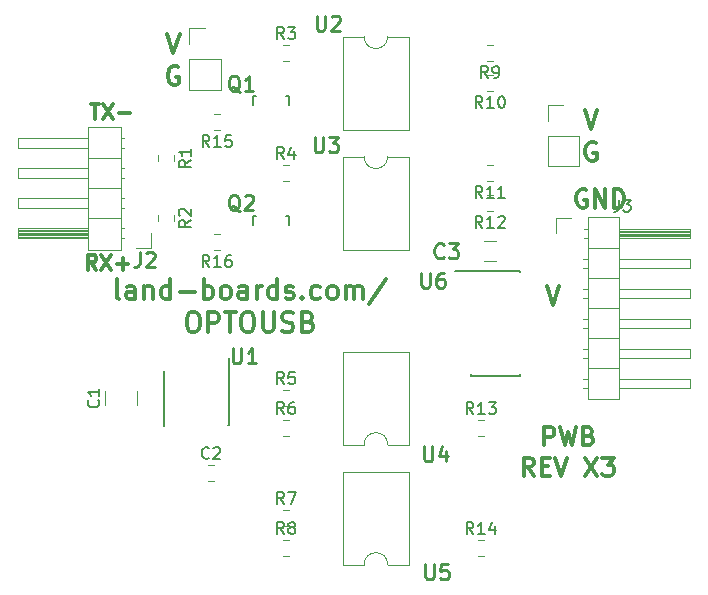
<source format=gbr>
G04 #@! TF.GenerationSoftware,KiCad,Pcbnew,(5.0.2)-1*
G04 #@! TF.CreationDate,2019-07-01T11:40:42-04:00*
G04 #@! TF.ProjectId,OptoUSB,4f70746f-5553-4422-9e6b-696361645f70,rev?*
G04 #@! TF.SameCoordinates,Original*
G04 #@! TF.FileFunction,Legend,Top*
G04 #@! TF.FilePolarity,Positive*
%FSLAX46Y46*%
G04 Gerber Fmt 4.6, Leading zero omitted, Abs format (unit mm)*
G04 Created by KiCad (PCBNEW (5.0.2)-1) date 7/1/2019 11:40:42 AM*
%MOMM*%
%LPD*%
G01*
G04 APERTURE LIST*
%ADD10C,0.317500*%
%ADD11C,0.304800*%
%ADD12C,0.120000*%
%ADD13C,0.150000*%
%ADD14C,0.254000*%
G04 APERTURE END LIST*
D10*
X44339933Y-8639779D02*
X44869100Y-10227279D01*
X45398266Y-8639779D01*
X45284873Y-11414125D02*
X45133683Y-11338529D01*
X44906897Y-11338529D01*
X44680111Y-11414125D01*
X44528921Y-11565315D01*
X44453326Y-11716505D01*
X44377730Y-12018886D01*
X44377730Y-12245672D01*
X44453326Y-12548053D01*
X44528921Y-12699244D01*
X44680111Y-12850434D01*
X44906897Y-12926029D01*
X45058088Y-12926029D01*
X45284873Y-12850434D01*
X45360469Y-12774839D01*
X45360469Y-12245672D01*
X45058088Y-12245672D01*
X8995833Y-2226279D02*
X9525000Y-3813779D01*
X10054166Y-2226279D01*
X9940773Y-5000625D02*
X9789583Y-4925029D01*
X9562797Y-4925029D01*
X9336011Y-5000625D01*
X9184821Y-5151815D01*
X9109226Y-5303005D01*
X9033630Y-5605386D01*
X9033630Y-5832172D01*
X9109226Y-6134553D01*
X9184821Y-6285744D01*
X9336011Y-6436934D01*
X9562797Y-6512529D01*
X9713988Y-6512529D01*
X9940773Y-6436934D01*
X10016369Y-6361339D01*
X10016369Y-5832172D01*
X9713988Y-5832172D01*
D11*
X41148000Y-23507700D02*
X41656000Y-25107900D01*
X42164000Y-23507700D01*
D10*
X2977242Y-22139123D02*
X2553909Y-21534361D01*
X2251528Y-22139123D02*
X2251528Y-20869123D01*
X2735338Y-20869123D01*
X2856290Y-20929600D01*
X2916766Y-20990076D01*
X2977242Y-21111028D01*
X2977242Y-21292457D01*
X2916766Y-21413409D01*
X2856290Y-21473885D01*
X2735338Y-21534361D01*
X2251528Y-21534361D01*
X3400576Y-20869123D02*
X4247242Y-22139123D01*
X4247242Y-20869123D02*
X3400576Y-22139123D01*
X4731052Y-21655314D02*
X5698671Y-21655314D01*
X5214861Y-22139123D02*
X5214861Y-21171504D01*
X2538790Y-8105623D02*
X3264504Y-8105623D01*
X2901647Y-9375623D02*
X2901647Y-8105623D01*
X3566885Y-8105623D02*
X4413552Y-9375623D01*
X4413552Y-8105623D02*
X3566885Y-9375623D01*
X4897361Y-8891814D02*
X5864980Y-8891814D01*
D11*
X44495357Y-15392400D02*
X44350214Y-15316200D01*
X44132500Y-15316200D01*
X43914785Y-15392400D01*
X43769642Y-15544800D01*
X43697071Y-15697200D01*
X43624500Y-16002000D01*
X43624500Y-16230600D01*
X43697071Y-16535400D01*
X43769642Y-16687800D01*
X43914785Y-16840200D01*
X44132500Y-16916400D01*
X44277642Y-16916400D01*
X44495357Y-16840200D01*
X44567928Y-16764000D01*
X44567928Y-16230600D01*
X44277642Y-16230600D01*
X45221071Y-16916400D02*
X45221071Y-15316200D01*
X46091928Y-16916400D01*
X46091928Y-15316200D01*
X46817642Y-16916400D02*
X46817642Y-15316200D01*
X47180500Y-15316200D01*
X47398214Y-15392400D01*
X47543357Y-15544800D01*
X47615928Y-15697200D01*
X47688500Y-16002000D01*
X47688500Y-16230600D01*
X47615928Y-16535400D01*
X47543357Y-16687800D01*
X47398214Y-16840200D01*
X47180500Y-16916400D01*
X46817642Y-16916400D01*
X4943323Y-24629230D02*
X4786085Y-24550611D01*
X4707466Y-24393373D01*
X4707466Y-22978230D01*
X6279847Y-24629230D02*
X6279847Y-23764421D01*
X6201228Y-23607183D01*
X6043990Y-23528564D01*
X5729514Y-23528564D01*
X5572276Y-23607183D01*
X6279847Y-24550611D02*
X6122609Y-24629230D01*
X5729514Y-24629230D01*
X5572276Y-24550611D01*
X5493657Y-24393373D01*
X5493657Y-24236135D01*
X5572276Y-24078897D01*
X5729514Y-24000278D01*
X6122609Y-24000278D01*
X6279847Y-23921659D01*
X7066038Y-23528564D02*
X7066038Y-24629230D01*
X7066038Y-23685802D02*
X7144657Y-23607183D01*
X7301895Y-23528564D01*
X7537752Y-23528564D01*
X7694990Y-23607183D01*
X7773609Y-23764421D01*
X7773609Y-24629230D01*
X9267371Y-24629230D02*
X9267371Y-22978230D01*
X9267371Y-24550611D02*
X9110133Y-24629230D01*
X8795657Y-24629230D01*
X8638419Y-24550611D01*
X8559799Y-24471992D01*
X8481180Y-24314754D01*
X8481180Y-23843040D01*
X8559799Y-23685802D01*
X8638419Y-23607183D01*
X8795657Y-23528564D01*
X9110133Y-23528564D01*
X9267371Y-23607183D01*
X10053561Y-24000278D02*
X11311466Y-24000278D01*
X12097657Y-24629230D02*
X12097657Y-22978230D01*
X12097657Y-23607183D02*
X12254895Y-23528564D01*
X12569371Y-23528564D01*
X12726609Y-23607183D01*
X12805228Y-23685802D01*
X12883847Y-23843040D01*
X12883847Y-24314754D01*
X12805228Y-24471992D01*
X12726609Y-24550611D01*
X12569371Y-24629230D01*
X12254895Y-24629230D01*
X12097657Y-24550611D01*
X13827276Y-24629230D02*
X13670038Y-24550611D01*
X13591419Y-24471992D01*
X13512799Y-24314754D01*
X13512799Y-23843040D01*
X13591419Y-23685802D01*
X13670038Y-23607183D01*
X13827276Y-23528564D01*
X14063133Y-23528564D01*
X14220371Y-23607183D01*
X14298990Y-23685802D01*
X14377609Y-23843040D01*
X14377609Y-24314754D01*
X14298990Y-24471992D01*
X14220371Y-24550611D01*
X14063133Y-24629230D01*
X13827276Y-24629230D01*
X15792752Y-24629230D02*
X15792752Y-23764421D01*
X15714133Y-23607183D01*
X15556895Y-23528564D01*
X15242419Y-23528564D01*
X15085180Y-23607183D01*
X15792752Y-24550611D02*
X15635514Y-24629230D01*
X15242419Y-24629230D01*
X15085180Y-24550611D01*
X15006561Y-24393373D01*
X15006561Y-24236135D01*
X15085180Y-24078897D01*
X15242419Y-24000278D01*
X15635514Y-24000278D01*
X15792752Y-23921659D01*
X16578942Y-24629230D02*
X16578942Y-23528564D01*
X16578942Y-23843040D02*
X16657561Y-23685802D01*
X16736180Y-23607183D01*
X16893419Y-23528564D01*
X17050657Y-23528564D01*
X18308561Y-24629230D02*
X18308561Y-22978230D01*
X18308561Y-24550611D02*
X18151323Y-24629230D01*
X17836847Y-24629230D01*
X17679609Y-24550611D01*
X17600990Y-24471992D01*
X17522371Y-24314754D01*
X17522371Y-23843040D01*
X17600990Y-23685802D01*
X17679609Y-23607183D01*
X17836847Y-23528564D01*
X18151323Y-23528564D01*
X18308561Y-23607183D01*
X19016133Y-24550611D02*
X19173371Y-24629230D01*
X19487847Y-24629230D01*
X19645085Y-24550611D01*
X19723704Y-24393373D01*
X19723704Y-24314754D01*
X19645085Y-24157516D01*
X19487847Y-24078897D01*
X19251990Y-24078897D01*
X19094752Y-24000278D01*
X19016133Y-23843040D01*
X19016133Y-23764421D01*
X19094752Y-23607183D01*
X19251990Y-23528564D01*
X19487847Y-23528564D01*
X19645085Y-23607183D01*
X20431276Y-24471992D02*
X20509895Y-24550611D01*
X20431276Y-24629230D01*
X20352657Y-24550611D01*
X20431276Y-24471992D01*
X20431276Y-24629230D01*
X21925038Y-24550611D02*
X21767799Y-24629230D01*
X21453323Y-24629230D01*
X21296085Y-24550611D01*
X21217466Y-24471992D01*
X21138847Y-24314754D01*
X21138847Y-23843040D01*
X21217466Y-23685802D01*
X21296085Y-23607183D01*
X21453323Y-23528564D01*
X21767799Y-23528564D01*
X21925038Y-23607183D01*
X22868466Y-24629230D02*
X22711228Y-24550611D01*
X22632609Y-24471992D01*
X22553990Y-24314754D01*
X22553990Y-23843040D01*
X22632609Y-23685802D01*
X22711228Y-23607183D01*
X22868466Y-23528564D01*
X23104323Y-23528564D01*
X23261561Y-23607183D01*
X23340180Y-23685802D01*
X23418799Y-23843040D01*
X23418799Y-24314754D01*
X23340180Y-24471992D01*
X23261561Y-24550611D01*
X23104323Y-24629230D01*
X22868466Y-24629230D01*
X24126371Y-24629230D02*
X24126371Y-23528564D01*
X24126371Y-23685802D02*
X24204990Y-23607183D01*
X24362228Y-23528564D01*
X24598085Y-23528564D01*
X24755323Y-23607183D01*
X24833942Y-23764421D01*
X24833942Y-24629230D01*
X24833942Y-23764421D02*
X24912561Y-23607183D01*
X25069799Y-23528564D01*
X25305657Y-23528564D01*
X25462895Y-23607183D01*
X25541514Y-23764421D01*
X25541514Y-24629230D01*
X27506990Y-22899611D02*
X26091847Y-25022326D01*
X11036300Y-25759530D02*
X11350776Y-25759530D01*
X11508014Y-25838150D01*
X11665252Y-25995388D01*
X11743871Y-26309864D01*
X11743871Y-26860197D01*
X11665252Y-27174673D01*
X11508014Y-27331911D01*
X11350776Y-27410530D01*
X11036300Y-27410530D01*
X10879061Y-27331911D01*
X10721823Y-27174673D01*
X10643204Y-26860197D01*
X10643204Y-26309864D01*
X10721823Y-25995388D01*
X10879061Y-25838150D01*
X11036300Y-25759530D01*
X12451442Y-27410530D02*
X12451442Y-25759530D01*
X13080395Y-25759530D01*
X13237633Y-25838150D01*
X13316252Y-25916769D01*
X13394871Y-26074007D01*
X13394871Y-26309864D01*
X13316252Y-26467102D01*
X13237633Y-26545721D01*
X13080395Y-26624340D01*
X12451442Y-26624340D01*
X13866585Y-25759530D02*
X14810014Y-25759530D01*
X14338300Y-27410530D02*
X14338300Y-25759530D01*
X15674823Y-25759530D02*
X15989299Y-25759530D01*
X16146538Y-25838150D01*
X16303776Y-25995388D01*
X16382395Y-26309864D01*
X16382395Y-26860197D01*
X16303776Y-27174673D01*
X16146538Y-27331911D01*
X15989299Y-27410530D01*
X15674823Y-27410530D01*
X15517585Y-27331911D01*
X15360347Y-27174673D01*
X15281728Y-26860197D01*
X15281728Y-26309864D01*
X15360347Y-25995388D01*
X15517585Y-25838150D01*
X15674823Y-25759530D01*
X17089966Y-25759530D02*
X17089966Y-27096054D01*
X17168585Y-27253292D01*
X17247204Y-27331911D01*
X17404442Y-27410530D01*
X17718919Y-27410530D01*
X17876157Y-27331911D01*
X17954776Y-27253292D01*
X18033395Y-27096054D01*
X18033395Y-25759530D01*
X18740966Y-27331911D02*
X18976823Y-27410530D01*
X19369919Y-27410530D01*
X19527157Y-27331911D01*
X19605776Y-27253292D01*
X19684395Y-27096054D01*
X19684395Y-26938816D01*
X19605776Y-26781578D01*
X19527157Y-26702959D01*
X19369919Y-26624340D01*
X19055442Y-26545721D01*
X18898204Y-26467102D01*
X18819585Y-26388483D01*
X18740966Y-26231245D01*
X18740966Y-26074007D01*
X18819585Y-25916769D01*
X18898204Y-25838150D01*
X19055442Y-25759530D01*
X19448538Y-25759530D01*
X19684395Y-25838150D01*
X20942300Y-26545721D02*
X21178157Y-26624340D01*
X21256776Y-26702959D01*
X21335395Y-26860197D01*
X21335395Y-27096054D01*
X21256776Y-27253292D01*
X21178157Y-27331911D01*
X21020919Y-27410530D01*
X20391966Y-27410530D01*
X20391966Y-25759530D01*
X20942300Y-25759530D01*
X21099538Y-25838150D01*
X21178157Y-25916769D01*
X21256776Y-26074007D01*
X21256776Y-26231245D01*
X21178157Y-26388483D01*
X21099538Y-26467102D01*
X20942300Y-26545721D01*
X20391966Y-26545721D01*
X40919400Y-36998728D02*
X40919400Y-35474728D01*
X41499971Y-35474728D01*
X41645114Y-35547300D01*
X41717685Y-35619871D01*
X41790257Y-35765014D01*
X41790257Y-35982728D01*
X41717685Y-36127871D01*
X41645114Y-36200442D01*
X41499971Y-36273014D01*
X40919400Y-36273014D01*
X42298257Y-35474728D02*
X42661114Y-36998728D01*
X42951400Y-35910157D01*
X43241685Y-36998728D01*
X43604542Y-35474728D01*
X44693114Y-36200442D02*
X44910828Y-36273014D01*
X44983400Y-36345585D01*
X45055971Y-36490728D01*
X45055971Y-36708442D01*
X44983400Y-36853585D01*
X44910828Y-36926157D01*
X44765685Y-36998728D01*
X44185114Y-36998728D01*
X44185114Y-35474728D01*
X44693114Y-35474728D01*
X44838257Y-35547300D01*
X44910828Y-35619871D01*
X44983400Y-35765014D01*
X44983400Y-35910157D01*
X44910828Y-36055300D01*
X44838257Y-36127871D01*
X44693114Y-36200442D01*
X44185114Y-36200442D01*
X40048542Y-39589528D02*
X39540542Y-38863814D01*
X39177685Y-39589528D02*
X39177685Y-38065528D01*
X39758257Y-38065528D01*
X39903399Y-38138100D01*
X39975971Y-38210671D01*
X40048542Y-38355814D01*
X40048542Y-38573528D01*
X39975971Y-38718671D01*
X39903399Y-38791242D01*
X39758257Y-38863814D01*
X39177685Y-38863814D01*
X40701685Y-38791242D02*
X41209685Y-38791242D01*
X41427399Y-39589528D02*
X40701685Y-39589528D01*
X40701685Y-38065528D01*
X41427399Y-38065528D01*
X41862828Y-38065528D02*
X42370828Y-39589528D01*
X42878828Y-38065528D01*
X44402828Y-38065528D02*
X45418828Y-39589528D01*
X45418828Y-38065528D02*
X44402828Y-39589528D01*
X45854257Y-38065528D02*
X46797685Y-38065528D01*
X46289685Y-38646100D01*
X46507399Y-38646100D01*
X46652542Y-38718671D01*
X46725114Y-38791242D01*
X46797685Y-38936385D01*
X46797685Y-39299242D01*
X46725114Y-39444385D01*
X46652542Y-39516957D01*
X46507399Y-39589528D01*
X46071971Y-39589528D01*
X45926828Y-39516957D01*
X45854257Y-39444385D01*
D12*
G04 #@! TO.C,C2*
X12438748Y-38660000D02*
X12961252Y-38660000D01*
X12438748Y-40080000D02*
X12961252Y-40080000D01*
G04 #@! TO.C,C1*
X3720000Y-33622064D02*
X3720000Y-32417936D01*
X6440000Y-33622064D02*
X6440000Y-32417936D01*
G04 #@! TO.C,J3*
X44620000Y-17720000D02*
X44620000Y-33080000D01*
X44620000Y-33080000D02*
X47280000Y-33080000D01*
X47280000Y-33080000D02*
X47280000Y-17720000D01*
X47280000Y-17720000D02*
X44620000Y-17720000D01*
X47280000Y-18670000D02*
X53280000Y-18670000D01*
X53280000Y-18670000D02*
X53280000Y-19430000D01*
X53280000Y-19430000D02*
X47280000Y-19430000D01*
X47280000Y-18730000D02*
X53280000Y-18730000D01*
X47280000Y-18850000D02*
X53280000Y-18850000D01*
X47280000Y-18970000D02*
X53280000Y-18970000D01*
X47280000Y-19090000D02*
X53280000Y-19090000D01*
X47280000Y-19210000D02*
X53280000Y-19210000D01*
X47280000Y-19330000D02*
X53280000Y-19330000D01*
X44290000Y-18670000D02*
X44620000Y-18670000D01*
X44290000Y-19430000D02*
X44620000Y-19430000D01*
X44620000Y-20320000D02*
X47280000Y-20320000D01*
X47280000Y-21210000D02*
X53280000Y-21210000D01*
X53280000Y-21210000D02*
X53280000Y-21970000D01*
X53280000Y-21970000D02*
X47280000Y-21970000D01*
X44222929Y-21210000D02*
X44620000Y-21210000D01*
X44222929Y-21970000D02*
X44620000Y-21970000D01*
X44620000Y-22860000D02*
X47280000Y-22860000D01*
X47280000Y-23750000D02*
X53280000Y-23750000D01*
X53280000Y-23750000D02*
X53280000Y-24510000D01*
X53280000Y-24510000D02*
X47280000Y-24510000D01*
X44222929Y-23750000D02*
X44620000Y-23750000D01*
X44222929Y-24510000D02*
X44620000Y-24510000D01*
X44620000Y-25400000D02*
X47280000Y-25400000D01*
X47280000Y-26290000D02*
X53280000Y-26290000D01*
X53280000Y-26290000D02*
X53280000Y-27050000D01*
X53280000Y-27050000D02*
X47280000Y-27050000D01*
X44222929Y-26290000D02*
X44620000Y-26290000D01*
X44222929Y-27050000D02*
X44620000Y-27050000D01*
X44620000Y-27940000D02*
X47280000Y-27940000D01*
X47280000Y-28830000D02*
X53280000Y-28830000D01*
X53280000Y-28830000D02*
X53280000Y-29590000D01*
X53280000Y-29590000D02*
X47280000Y-29590000D01*
X44222929Y-28830000D02*
X44620000Y-28830000D01*
X44222929Y-29590000D02*
X44620000Y-29590000D01*
X44620000Y-30480000D02*
X47280000Y-30480000D01*
X47280000Y-31370000D02*
X53280000Y-31370000D01*
X53280000Y-31370000D02*
X53280000Y-32130000D01*
X53280000Y-32130000D02*
X47280000Y-32130000D01*
X44222929Y-31370000D02*
X44620000Y-31370000D01*
X44222929Y-32130000D02*
X44620000Y-32130000D01*
X41910000Y-19050000D02*
X41910000Y-17780000D01*
X41910000Y-17780000D02*
X43180000Y-17780000D01*
G04 #@! TO.C,R9*
X36583252Y-3100000D02*
X36060748Y-3100000D01*
X36583252Y-4520000D02*
X36060748Y-4520000D01*
G04 #@! TO.C,R15*
X13469252Y-10362000D02*
X12946748Y-10362000D01*
X13469252Y-8942000D02*
X12946748Y-8942000D01*
G04 #@! TO.C,R14*
X35298748Y-46430000D02*
X35821252Y-46430000D01*
X35298748Y-45010000D02*
X35821252Y-45010000D01*
G04 #@! TO.C,R13*
X35298748Y-34850000D02*
X35821252Y-34850000D01*
X35298748Y-36270000D02*
X35821252Y-36270000D01*
G04 #@! TO.C,R12*
X36583252Y-15800000D02*
X36060748Y-15800000D01*
X36583252Y-17220000D02*
X36060748Y-17220000D01*
G04 #@! TO.C,R11*
X36583252Y-14680000D02*
X36060748Y-14680000D01*
X36583252Y-13260000D02*
X36060748Y-13260000D01*
G04 #@! TO.C,R1*
X8180000Y-12438748D02*
X8180000Y-12961252D01*
X9600000Y-12438748D02*
X9600000Y-12961252D01*
G04 #@! TO.C,R2*
X9600000Y-17518748D02*
X9600000Y-18041252D01*
X8180000Y-17518748D02*
X8180000Y-18041252D01*
G04 #@! TO.C,R3*
X18788748Y-4520000D02*
X19311252Y-4520000D01*
X18788748Y-3100000D02*
X19311252Y-3100000D01*
G04 #@! TO.C,R4*
X18788748Y-13260000D02*
X19311252Y-13260000D01*
X18788748Y-14680000D02*
X19311252Y-14680000D01*
G04 #@! TO.C,R5*
X18788748Y-33730000D02*
X19311252Y-33730000D01*
X18788748Y-32310000D02*
X19311252Y-32310000D01*
G04 #@! TO.C,R6*
X18788748Y-34850000D02*
X19311252Y-34850000D01*
X18788748Y-36270000D02*
X19311252Y-36270000D01*
G04 #@! TO.C,R7*
X18788748Y-43890000D02*
X19311252Y-43890000D01*
X18788748Y-42470000D02*
X19311252Y-42470000D01*
G04 #@! TO.C,R8*
X18788748Y-45010000D02*
X19311252Y-45010000D01*
X18788748Y-46430000D02*
X19311252Y-46430000D01*
G04 #@! TO.C,R10*
X36583252Y-5640000D02*
X36060748Y-5640000D01*
X36583252Y-7060000D02*
X36060748Y-7060000D01*
G04 #@! TO.C,R16*
X13469252Y-20522000D02*
X12946748Y-20522000D01*
X13469252Y-19102000D02*
X12946748Y-19102000D01*
D13*
G04 #@! TO.C,U6*
X34755000Y-22220000D02*
X34755000Y-22245000D01*
X38905000Y-22220000D02*
X38905000Y-22335000D01*
X38905000Y-31120000D02*
X38905000Y-31005000D01*
X34755000Y-31120000D02*
X34755000Y-31005000D01*
X34755000Y-22220000D02*
X38905000Y-22220000D01*
X34755000Y-31120000D02*
X38905000Y-31120000D01*
X34755000Y-22245000D02*
X33380000Y-22245000D01*
D12*
G04 #@! TO.C,J2*
X5070000Y-20440000D02*
X5070000Y-17780000D01*
X5070000Y-17780000D02*
X2330000Y-17780000D01*
X2330000Y-17780000D02*
X2330000Y-20440000D01*
X2330000Y-20440000D02*
X5070000Y-20440000D01*
X2330000Y-19490000D02*
X2330000Y-18610000D01*
X2330000Y-18610000D02*
X-3670000Y-18610000D01*
X-3670000Y-18610000D02*
X-3670000Y-19490000D01*
X-3670000Y-19490000D02*
X2330000Y-19490000D01*
X5380000Y-19490000D02*
X5070000Y-19490000D01*
X5380000Y-18610000D02*
X5070000Y-18610000D01*
X2330000Y-19370000D02*
X-3670000Y-19370000D01*
X2330000Y-19250000D02*
X-3670000Y-19250000D01*
X2330000Y-19130000D02*
X-3670000Y-19130000D01*
X2330000Y-19010000D02*
X-3670000Y-19010000D01*
X2330000Y-18890000D02*
X-3670000Y-18890000D01*
X2330000Y-18770000D02*
X-3670000Y-18770000D01*
X2330000Y-18650000D02*
X-3670000Y-18650000D01*
X5070000Y-17780000D02*
X5070000Y-15240000D01*
X5070000Y-15240000D02*
X2330000Y-15240000D01*
X2330000Y-15240000D02*
X2330000Y-17780000D01*
X2330000Y-17780000D02*
X5070000Y-17780000D01*
X2330000Y-16950000D02*
X2330000Y-16070000D01*
X2330000Y-16070000D02*
X-3670000Y-16070000D01*
X-3670000Y-16070000D02*
X-3670000Y-16950000D01*
X-3670000Y-16950000D02*
X2330000Y-16950000D01*
X5380000Y-16950000D02*
X5070000Y-16950000D01*
X5380000Y-16070000D02*
X5070000Y-16070000D01*
X5070000Y-15240000D02*
X5070000Y-12700000D01*
X5070000Y-12700000D02*
X2330000Y-12700000D01*
X2330000Y-12700000D02*
X2330000Y-15240000D01*
X2330000Y-15240000D02*
X5070000Y-15240000D01*
X2330000Y-14410000D02*
X2330000Y-13530000D01*
X2330000Y-13530000D02*
X-3670000Y-13530000D01*
X-3670000Y-13530000D02*
X-3670000Y-14410000D01*
X-3670000Y-14410000D02*
X2330000Y-14410000D01*
X5380000Y-14410000D02*
X5070000Y-14410000D01*
X5380000Y-13530000D02*
X5070000Y-13530000D01*
X5070000Y-12700000D02*
X5070000Y-10040000D01*
X5070000Y-10040000D02*
X2330000Y-10040000D01*
X2330000Y-10040000D02*
X2330000Y-12700000D01*
X2330000Y-12700000D02*
X5070000Y-12700000D01*
X2330000Y-11870000D02*
X2330000Y-10990000D01*
X2330000Y-10990000D02*
X-3670000Y-10990000D01*
X-3670000Y-10990000D02*
X-3670000Y-11870000D01*
X-3670000Y-11870000D02*
X2330000Y-11870000D01*
X5380000Y-11870000D02*
X5070000Y-11870000D01*
X5380000Y-10990000D02*
X5070000Y-10990000D01*
X7620000Y-19050000D02*
X7620000Y-20320000D01*
X7620000Y-20320000D02*
X6350000Y-20320000D01*
D13*
G04 #@! TO.C,U1*
X14230000Y-35320000D02*
X14130000Y-35320000D01*
X8705000Y-35345000D02*
X8730000Y-35345000D01*
X8705000Y-30695000D02*
X8730000Y-30695000D01*
X14230000Y-29620000D02*
X14230000Y-35320000D01*
X8705000Y-30695000D02*
X8705000Y-35345000D01*
D12*
G04 #@! TO.C,U4*
X25670000Y-36950000D02*
G75*
G02X27670000Y-36950000I1000000J0D01*
G01*
X27670000Y-36950000D02*
X29440000Y-36950000D01*
X29440000Y-36950000D02*
X29440000Y-29090000D01*
X29440000Y-29090000D02*
X23900000Y-29090000D01*
X23900000Y-29090000D02*
X23900000Y-36950000D01*
X23900000Y-36950000D02*
X25670000Y-36950000D01*
G04 #@! TO.C,U2*
X27670000Y-2420000D02*
G75*
G02X25670000Y-2420000I-1000000J0D01*
G01*
X25670000Y-2420000D02*
X23900000Y-2420000D01*
X23900000Y-2420000D02*
X23900000Y-10280000D01*
X23900000Y-10280000D02*
X29440000Y-10280000D01*
X29440000Y-10280000D02*
X29440000Y-2420000D01*
X29440000Y-2420000D02*
X27670000Y-2420000D01*
G04 #@! TO.C,U5*
X25670000Y-47110000D02*
G75*
G02X27670000Y-47110000I1000000J0D01*
G01*
X27670000Y-47110000D02*
X29440000Y-47110000D01*
X29440000Y-47110000D02*
X29440000Y-39250000D01*
X29440000Y-39250000D02*
X23900000Y-39250000D01*
X23900000Y-39250000D02*
X23900000Y-47110000D01*
X23900000Y-47110000D02*
X25670000Y-47110000D01*
G04 #@! TO.C,U3*
X27670000Y-12580000D02*
G75*
G02X25670000Y-12580000I-1000000J0D01*
G01*
X25670000Y-12580000D02*
X23900000Y-12580000D01*
X23900000Y-12580000D02*
X23900000Y-20440000D01*
X23900000Y-20440000D02*
X29440000Y-20440000D01*
X29440000Y-20440000D02*
X29440000Y-12580000D01*
X29440000Y-12580000D02*
X27670000Y-12580000D01*
D13*
G04 #@! TO.C,Q2*
X16280180Y-18338800D02*
X16280180Y-17637760D01*
X16280180Y-17637760D02*
X16529100Y-17637760D01*
X19079160Y-17637760D02*
X19279820Y-17637760D01*
X19279820Y-17637760D02*
X19279820Y-18338800D01*
G04 #@! TO.C,Q1*
X16280180Y-8178800D02*
X16280180Y-7477760D01*
X16280180Y-7477760D02*
X16529100Y-7477760D01*
X19079160Y-7477760D02*
X19279820Y-7477760D01*
X19279820Y-7477760D02*
X19279820Y-8178800D01*
D12*
G04 #@! TO.C,C3*
X36822000Y-19724000D02*
X35822000Y-19724000D01*
X35822000Y-21424000D02*
X36822000Y-21424000D01*
G04 #@! TO.C,H1*
X10862000Y-4318000D02*
X10862000Y-6918000D01*
X10862000Y-6918000D02*
X13522000Y-6918000D01*
X13522000Y-6918000D02*
X13522000Y-4318000D01*
X13522000Y-4318000D02*
X10862000Y-4318000D01*
X10862000Y-3048000D02*
X10862000Y-1718000D01*
X10862000Y-1718000D02*
X12192000Y-1718000D01*
G04 #@! TO.C,H2*
X41215000Y-10795000D02*
X41215000Y-13395000D01*
X41215000Y-13395000D02*
X43875000Y-13395000D01*
X43875000Y-13395000D02*
X43875000Y-10795000D01*
X43875000Y-10795000D02*
X41215000Y-10795000D01*
X41215000Y-9525000D02*
X41215000Y-8195000D01*
X41215000Y-8195000D02*
X42545000Y-8195000D01*
G04 #@! TO.C,C2*
D13*
X12533333Y-38077142D02*
X12485714Y-38124761D01*
X12342857Y-38172380D01*
X12247619Y-38172380D01*
X12104761Y-38124761D01*
X12009523Y-38029523D01*
X11961904Y-37934285D01*
X11914285Y-37743809D01*
X11914285Y-37600952D01*
X11961904Y-37410476D01*
X12009523Y-37315238D01*
X12104761Y-37220000D01*
X12247619Y-37172380D01*
X12342857Y-37172380D01*
X12485714Y-37220000D01*
X12533333Y-37267619D01*
X12914285Y-37267619D02*
X12961904Y-37220000D01*
X13057142Y-37172380D01*
X13295238Y-37172380D01*
X13390476Y-37220000D01*
X13438095Y-37267619D01*
X13485714Y-37362857D01*
X13485714Y-37458095D01*
X13438095Y-37600952D01*
X12866666Y-38172380D01*
X13485714Y-38172380D01*
G04 #@! TO.C,C1*
X3157142Y-33186666D02*
X3204761Y-33234285D01*
X3252380Y-33377142D01*
X3252380Y-33472380D01*
X3204761Y-33615238D01*
X3109523Y-33710476D01*
X3014285Y-33758095D01*
X2823809Y-33805714D01*
X2680952Y-33805714D01*
X2490476Y-33758095D01*
X2395238Y-33710476D01*
X2300000Y-33615238D01*
X2252380Y-33472380D01*
X2252380Y-33377142D01*
X2300000Y-33234285D01*
X2347619Y-33186666D01*
X3252380Y-32234285D02*
X3252380Y-32805714D01*
X3252380Y-32520000D02*
X2252380Y-32520000D01*
X2395238Y-32615238D01*
X2490476Y-32710476D01*
X2538095Y-32805714D01*
G04 #@! TO.C,J3*
X47231666Y-16232380D02*
X47231666Y-16946666D01*
X47184047Y-17089523D01*
X47088809Y-17184761D01*
X46945952Y-17232380D01*
X46850714Y-17232380D01*
X47612619Y-16232380D02*
X48231666Y-16232380D01*
X47898333Y-16613333D01*
X48041190Y-16613333D01*
X48136428Y-16660952D01*
X48184047Y-16708571D01*
X48231666Y-16803809D01*
X48231666Y-17041904D01*
X48184047Y-17137142D01*
X48136428Y-17184761D01*
X48041190Y-17232380D01*
X47755476Y-17232380D01*
X47660238Y-17184761D01*
X47612619Y-17137142D01*
G04 #@! TO.C,R9*
X36155333Y-5912380D02*
X35822000Y-5436190D01*
X35583904Y-5912380D02*
X35583904Y-4912380D01*
X35964857Y-4912380D01*
X36060095Y-4960000D01*
X36107714Y-5007619D01*
X36155333Y-5102857D01*
X36155333Y-5245714D01*
X36107714Y-5340952D01*
X36060095Y-5388571D01*
X35964857Y-5436190D01*
X35583904Y-5436190D01*
X36631523Y-5912380D02*
X36822000Y-5912380D01*
X36917238Y-5864761D01*
X36964857Y-5817142D01*
X37060095Y-5674285D01*
X37107714Y-5483809D01*
X37107714Y-5102857D01*
X37060095Y-5007619D01*
X37012476Y-4960000D01*
X36917238Y-4912380D01*
X36726761Y-4912380D01*
X36631523Y-4960000D01*
X36583904Y-5007619D01*
X36536285Y-5102857D01*
X36536285Y-5340952D01*
X36583904Y-5436190D01*
X36631523Y-5483809D01*
X36726761Y-5531428D01*
X36917238Y-5531428D01*
X37012476Y-5483809D01*
X37060095Y-5436190D01*
X37107714Y-5340952D01*
G04 #@! TO.C,R15*
X12565142Y-11754380D02*
X12231809Y-11278190D01*
X11993714Y-11754380D02*
X11993714Y-10754380D01*
X12374666Y-10754380D01*
X12469904Y-10802000D01*
X12517523Y-10849619D01*
X12565142Y-10944857D01*
X12565142Y-11087714D01*
X12517523Y-11182952D01*
X12469904Y-11230571D01*
X12374666Y-11278190D01*
X11993714Y-11278190D01*
X13517523Y-11754380D02*
X12946095Y-11754380D01*
X13231809Y-11754380D02*
X13231809Y-10754380D01*
X13136571Y-10897238D01*
X13041333Y-10992476D01*
X12946095Y-11040095D01*
X14422285Y-10754380D02*
X13946095Y-10754380D01*
X13898476Y-11230571D01*
X13946095Y-11182952D01*
X14041333Y-11135333D01*
X14279428Y-11135333D01*
X14374666Y-11182952D01*
X14422285Y-11230571D01*
X14469904Y-11325809D01*
X14469904Y-11563904D01*
X14422285Y-11659142D01*
X14374666Y-11706761D01*
X14279428Y-11754380D01*
X14041333Y-11754380D01*
X13946095Y-11706761D01*
X13898476Y-11659142D01*
G04 #@! TO.C,R14*
X34917142Y-44522380D02*
X34583809Y-44046190D01*
X34345714Y-44522380D02*
X34345714Y-43522380D01*
X34726666Y-43522380D01*
X34821904Y-43570000D01*
X34869523Y-43617619D01*
X34917142Y-43712857D01*
X34917142Y-43855714D01*
X34869523Y-43950952D01*
X34821904Y-43998571D01*
X34726666Y-44046190D01*
X34345714Y-44046190D01*
X35869523Y-44522380D02*
X35298095Y-44522380D01*
X35583809Y-44522380D02*
X35583809Y-43522380D01*
X35488571Y-43665238D01*
X35393333Y-43760476D01*
X35298095Y-43808095D01*
X36726666Y-43855714D02*
X36726666Y-44522380D01*
X36488571Y-43474761D02*
X36250476Y-44189047D01*
X36869523Y-44189047D01*
G04 #@! TO.C,R13*
X34917142Y-34362380D02*
X34583809Y-33886190D01*
X34345714Y-34362380D02*
X34345714Y-33362380D01*
X34726666Y-33362380D01*
X34821904Y-33410000D01*
X34869523Y-33457619D01*
X34917142Y-33552857D01*
X34917142Y-33695714D01*
X34869523Y-33790952D01*
X34821904Y-33838571D01*
X34726666Y-33886190D01*
X34345714Y-33886190D01*
X35869523Y-34362380D02*
X35298095Y-34362380D01*
X35583809Y-34362380D02*
X35583809Y-33362380D01*
X35488571Y-33505238D01*
X35393333Y-33600476D01*
X35298095Y-33648095D01*
X36202857Y-33362380D02*
X36821904Y-33362380D01*
X36488571Y-33743333D01*
X36631428Y-33743333D01*
X36726666Y-33790952D01*
X36774285Y-33838571D01*
X36821904Y-33933809D01*
X36821904Y-34171904D01*
X36774285Y-34267142D01*
X36726666Y-34314761D01*
X36631428Y-34362380D01*
X36345714Y-34362380D01*
X36250476Y-34314761D01*
X36202857Y-34267142D01*
G04 #@! TO.C,R12*
X35679142Y-18612380D02*
X35345809Y-18136190D01*
X35107714Y-18612380D02*
X35107714Y-17612380D01*
X35488666Y-17612380D01*
X35583904Y-17660000D01*
X35631523Y-17707619D01*
X35679142Y-17802857D01*
X35679142Y-17945714D01*
X35631523Y-18040952D01*
X35583904Y-18088571D01*
X35488666Y-18136190D01*
X35107714Y-18136190D01*
X36631523Y-18612380D02*
X36060095Y-18612380D01*
X36345809Y-18612380D02*
X36345809Y-17612380D01*
X36250571Y-17755238D01*
X36155333Y-17850476D01*
X36060095Y-17898095D01*
X37012476Y-17707619D02*
X37060095Y-17660000D01*
X37155333Y-17612380D01*
X37393428Y-17612380D01*
X37488666Y-17660000D01*
X37536285Y-17707619D01*
X37583904Y-17802857D01*
X37583904Y-17898095D01*
X37536285Y-18040952D01*
X36964857Y-18612380D01*
X37583904Y-18612380D01*
G04 #@! TO.C,R11*
X35679142Y-16072380D02*
X35345809Y-15596190D01*
X35107714Y-16072380D02*
X35107714Y-15072380D01*
X35488666Y-15072380D01*
X35583904Y-15120000D01*
X35631523Y-15167619D01*
X35679142Y-15262857D01*
X35679142Y-15405714D01*
X35631523Y-15500952D01*
X35583904Y-15548571D01*
X35488666Y-15596190D01*
X35107714Y-15596190D01*
X36631523Y-16072380D02*
X36060095Y-16072380D01*
X36345809Y-16072380D02*
X36345809Y-15072380D01*
X36250571Y-15215238D01*
X36155333Y-15310476D01*
X36060095Y-15358095D01*
X37583904Y-16072380D02*
X37012476Y-16072380D01*
X37298190Y-16072380D02*
X37298190Y-15072380D01*
X37202952Y-15215238D01*
X37107714Y-15310476D01*
X37012476Y-15358095D01*
G04 #@! TO.C,R1*
X10992380Y-12866666D02*
X10516190Y-13200000D01*
X10992380Y-13438095D02*
X9992380Y-13438095D01*
X9992380Y-13057142D01*
X10040000Y-12961904D01*
X10087619Y-12914285D01*
X10182857Y-12866666D01*
X10325714Y-12866666D01*
X10420952Y-12914285D01*
X10468571Y-12961904D01*
X10516190Y-13057142D01*
X10516190Y-13438095D01*
X10992380Y-11914285D02*
X10992380Y-12485714D01*
X10992380Y-12200000D02*
X9992380Y-12200000D01*
X10135238Y-12295238D01*
X10230476Y-12390476D01*
X10278095Y-12485714D01*
G04 #@! TO.C,R2*
X10992380Y-17946666D02*
X10516190Y-18280000D01*
X10992380Y-18518095D02*
X9992380Y-18518095D01*
X9992380Y-18137142D01*
X10040000Y-18041904D01*
X10087619Y-17994285D01*
X10182857Y-17946666D01*
X10325714Y-17946666D01*
X10420952Y-17994285D01*
X10468571Y-18041904D01*
X10516190Y-18137142D01*
X10516190Y-18518095D01*
X10087619Y-17565714D02*
X10040000Y-17518095D01*
X9992380Y-17422857D01*
X9992380Y-17184761D01*
X10040000Y-17089523D01*
X10087619Y-17041904D01*
X10182857Y-16994285D01*
X10278095Y-16994285D01*
X10420952Y-17041904D01*
X10992380Y-17613333D01*
X10992380Y-16994285D01*
G04 #@! TO.C,R3*
X18883333Y-2612380D02*
X18550000Y-2136190D01*
X18311904Y-2612380D02*
X18311904Y-1612380D01*
X18692857Y-1612380D01*
X18788095Y-1660000D01*
X18835714Y-1707619D01*
X18883333Y-1802857D01*
X18883333Y-1945714D01*
X18835714Y-2040952D01*
X18788095Y-2088571D01*
X18692857Y-2136190D01*
X18311904Y-2136190D01*
X19216666Y-1612380D02*
X19835714Y-1612380D01*
X19502380Y-1993333D01*
X19645238Y-1993333D01*
X19740476Y-2040952D01*
X19788095Y-2088571D01*
X19835714Y-2183809D01*
X19835714Y-2421904D01*
X19788095Y-2517142D01*
X19740476Y-2564761D01*
X19645238Y-2612380D01*
X19359523Y-2612380D01*
X19264285Y-2564761D01*
X19216666Y-2517142D01*
G04 #@! TO.C,R4*
X18883333Y-12772380D02*
X18550000Y-12296190D01*
X18311904Y-12772380D02*
X18311904Y-11772380D01*
X18692857Y-11772380D01*
X18788095Y-11820000D01*
X18835714Y-11867619D01*
X18883333Y-11962857D01*
X18883333Y-12105714D01*
X18835714Y-12200952D01*
X18788095Y-12248571D01*
X18692857Y-12296190D01*
X18311904Y-12296190D01*
X19740476Y-12105714D02*
X19740476Y-12772380D01*
X19502380Y-11724761D02*
X19264285Y-12439047D01*
X19883333Y-12439047D01*
G04 #@! TO.C,R5*
X18883333Y-31822380D02*
X18550000Y-31346190D01*
X18311904Y-31822380D02*
X18311904Y-30822380D01*
X18692857Y-30822380D01*
X18788095Y-30870000D01*
X18835714Y-30917619D01*
X18883333Y-31012857D01*
X18883333Y-31155714D01*
X18835714Y-31250952D01*
X18788095Y-31298571D01*
X18692857Y-31346190D01*
X18311904Y-31346190D01*
X19788095Y-30822380D02*
X19311904Y-30822380D01*
X19264285Y-31298571D01*
X19311904Y-31250952D01*
X19407142Y-31203333D01*
X19645238Y-31203333D01*
X19740476Y-31250952D01*
X19788095Y-31298571D01*
X19835714Y-31393809D01*
X19835714Y-31631904D01*
X19788095Y-31727142D01*
X19740476Y-31774761D01*
X19645238Y-31822380D01*
X19407142Y-31822380D01*
X19311904Y-31774761D01*
X19264285Y-31727142D01*
G04 #@! TO.C,R6*
X18883333Y-34362380D02*
X18550000Y-33886190D01*
X18311904Y-34362380D02*
X18311904Y-33362380D01*
X18692857Y-33362380D01*
X18788095Y-33410000D01*
X18835714Y-33457619D01*
X18883333Y-33552857D01*
X18883333Y-33695714D01*
X18835714Y-33790952D01*
X18788095Y-33838571D01*
X18692857Y-33886190D01*
X18311904Y-33886190D01*
X19740476Y-33362380D02*
X19550000Y-33362380D01*
X19454761Y-33410000D01*
X19407142Y-33457619D01*
X19311904Y-33600476D01*
X19264285Y-33790952D01*
X19264285Y-34171904D01*
X19311904Y-34267142D01*
X19359523Y-34314761D01*
X19454761Y-34362380D01*
X19645238Y-34362380D01*
X19740476Y-34314761D01*
X19788095Y-34267142D01*
X19835714Y-34171904D01*
X19835714Y-33933809D01*
X19788095Y-33838571D01*
X19740476Y-33790952D01*
X19645238Y-33743333D01*
X19454761Y-33743333D01*
X19359523Y-33790952D01*
X19311904Y-33838571D01*
X19264285Y-33933809D01*
G04 #@! TO.C,R7*
X18883333Y-41982380D02*
X18550000Y-41506190D01*
X18311904Y-41982380D02*
X18311904Y-40982380D01*
X18692857Y-40982380D01*
X18788095Y-41030000D01*
X18835714Y-41077619D01*
X18883333Y-41172857D01*
X18883333Y-41315714D01*
X18835714Y-41410952D01*
X18788095Y-41458571D01*
X18692857Y-41506190D01*
X18311904Y-41506190D01*
X19216666Y-40982380D02*
X19883333Y-40982380D01*
X19454761Y-41982380D01*
G04 #@! TO.C,R8*
X18883333Y-44522380D02*
X18550000Y-44046190D01*
X18311904Y-44522380D02*
X18311904Y-43522380D01*
X18692857Y-43522380D01*
X18788095Y-43570000D01*
X18835714Y-43617619D01*
X18883333Y-43712857D01*
X18883333Y-43855714D01*
X18835714Y-43950952D01*
X18788095Y-43998571D01*
X18692857Y-44046190D01*
X18311904Y-44046190D01*
X19454761Y-43950952D02*
X19359523Y-43903333D01*
X19311904Y-43855714D01*
X19264285Y-43760476D01*
X19264285Y-43712857D01*
X19311904Y-43617619D01*
X19359523Y-43570000D01*
X19454761Y-43522380D01*
X19645238Y-43522380D01*
X19740476Y-43570000D01*
X19788095Y-43617619D01*
X19835714Y-43712857D01*
X19835714Y-43760476D01*
X19788095Y-43855714D01*
X19740476Y-43903333D01*
X19645238Y-43950952D01*
X19454761Y-43950952D01*
X19359523Y-43998571D01*
X19311904Y-44046190D01*
X19264285Y-44141428D01*
X19264285Y-44331904D01*
X19311904Y-44427142D01*
X19359523Y-44474761D01*
X19454761Y-44522380D01*
X19645238Y-44522380D01*
X19740476Y-44474761D01*
X19788095Y-44427142D01*
X19835714Y-44331904D01*
X19835714Y-44141428D01*
X19788095Y-44046190D01*
X19740476Y-43998571D01*
X19645238Y-43950952D01*
G04 #@! TO.C,R10*
X35679142Y-8452380D02*
X35345809Y-7976190D01*
X35107714Y-8452380D02*
X35107714Y-7452380D01*
X35488666Y-7452380D01*
X35583904Y-7500000D01*
X35631523Y-7547619D01*
X35679142Y-7642857D01*
X35679142Y-7785714D01*
X35631523Y-7880952D01*
X35583904Y-7928571D01*
X35488666Y-7976190D01*
X35107714Y-7976190D01*
X36631523Y-8452380D02*
X36060095Y-8452380D01*
X36345809Y-8452380D02*
X36345809Y-7452380D01*
X36250571Y-7595238D01*
X36155333Y-7690476D01*
X36060095Y-7738095D01*
X37250571Y-7452380D02*
X37345809Y-7452380D01*
X37441047Y-7500000D01*
X37488666Y-7547619D01*
X37536285Y-7642857D01*
X37583904Y-7833333D01*
X37583904Y-8071428D01*
X37536285Y-8261904D01*
X37488666Y-8357142D01*
X37441047Y-8404761D01*
X37345809Y-8452380D01*
X37250571Y-8452380D01*
X37155333Y-8404761D01*
X37107714Y-8357142D01*
X37060095Y-8261904D01*
X37012476Y-8071428D01*
X37012476Y-7833333D01*
X37060095Y-7642857D01*
X37107714Y-7547619D01*
X37155333Y-7500000D01*
X37250571Y-7452380D01*
G04 #@! TO.C,R16*
X12565142Y-21914380D02*
X12231809Y-21438190D01*
X11993714Y-21914380D02*
X11993714Y-20914380D01*
X12374666Y-20914380D01*
X12469904Y-20962000D01*
X12517523Y-21009619D01*
X12565142Y-21104857D01*
X12565142Y-21247714D01*
X12517523Y-21342952D01*
X12469904Y-21390571D01*
X12374666Y-21438190D01*
X11993714Y-21438190D01*
X13517523Y-21914380D02*
X12946095Y-21914380D01*
X13231809Y-21914380D02*
X13231809Y-20914380D01*
X13136571Y-21057238D01*
X13041333Y-21152476D01*
X12946095Y-21200095D01*
X14374666Y-20914380D02*
X14184190Y-20914380D01*
X14088952Y-20962000D01*
X14041333Y-21009619D01*
X13946095Y-21152476D01*
X13898476Y-21342952D01*
X13898476Y-21723904D01*
X13946095Y-21819142D01*
X13993714Y-21866761D01*
X14088952Y-21914380D01*
X14279428Y-21914380D01*
X14374666Y-21866761D01*
X14422285Y-21819142D01*
X14469904Y-21723904D01*
X14469904Y-21485809D01*
X14422285Y-21390571D01*
X14374666Y-21342952D01*
X14279428Y-21295333D01*
X14088952Y-21295333D01*
X13993714Y-21342952D01*
X13946095Y-21390571D01*
X13898476Y-21485809D01*
G04 #@! TO.C,U6*
D14*
X30528380Y-22418523D02*
X30528380Y-23446619D01*
X30588857Y-23567571D01*
X30649333Y-23628047D01*
X30770285Y-23688523D01*
X31012190Y-23688523D01*
X31133142Y-23628047D01*
X31193619Y-23567571D01*
X31254095Y-23446619D01*
X31254095Y-22418523D01*
X32403142Y-22418523D02*
X32161238Y-22418523D01*
X32040285Y-22479000D01*
X31979809Y-22539476D01*
X31858857Y-22720904D01*
X31798380Y-22962809D01*
X31798380Y-23446619D01*
X31858857Y-23567571D01*
X31919333Y-23628047D01*
X32040285Y-23688523D01*
X32282190Y-23688523D01*
X32403142Y-23628047D01*
X32463619Y-23567571D01*
X32524095Y-23446619D01*
X32524095Y-23144238D01*
X32463619Y-23023285D01*
X32403142Y-22962809D01*
X32282190Y-22902333D01*
X32040285Y-22902333D01*
X31919333Y-22962809D01*
X31858857Y-23023285D01*
X31798380Y-23144238D01*
G04 #@! TO.C,J2*
X6688666Y-20640523D02*
X6688666Y-21547666D01*
X6628190Y-21729095D01*
X6507238Y-21850047D01*
X6325809Y-21910523D01*
X6204857Y-21910523D01*
X7232952Y-20761476D02*
X7293428Y-20701000D01*
X7414380Y-20640523D01*
X7716761Y-20640523D01*
X7837714Y-20701000D01*
X7898190Y-20761476D01*
X7958666Y-20882428D01*
X7958666Y-21003380D01*
X7898190Y-21184809D01*
X7172476Y-21910523D01*
X7958666Y-21910523D01*
G04 #@! TO.C,U1*
X14532380Y-28804523D02*
X14532380Y-29832619D01*
X14592857Y-29953571D01*
X14653333Y-30014047D01*
X14774285Y-30074523D01*
X15016190Y-30074523D01*
X15137142Y-30014047D01*
X15197619Y-29953571D01*
X15258095Y-29832619D01*
X15258095Y-28804523D01*
X16528095Y-30074523D02*
X15802380Y-30074523D01*
X16165238Y-30074523D02*
X16165238Y-28804523D01*
X16044285Y-28985952D01*
X15923333Y-29106904D01*
X15802380Y-29167380D01*
G04 #@! TO.C,U4*
X30731580Y-37112423D02*
X30731580Y-38140519D01*
X30792057Y-38261471D01*
X30852533Y-38321947D01*
X30973485Y-38382423D01*
X31215390Y-38382423D01*
X31336342Y-38321947D01*
X31396819Y-38261471D01*
X31457295Y-38140519D01*
X31457295Y-37112423D01*
X32606342Y-37535757D02*
X32606342Y-38382423D01*
X32303961Y-37051947D02*
X32001580Y-37959090D01*
X32787771Y-37959090D01*
G04 #@! TO.C,U2*
X21651080Y-638023D02*
X21651080Y-1666119D01*
X21711557Y-1787071D01*
X21772033Y-1847547D01*
X21892985Y-1908023D01*
X22134890Y-1908023D01*
X22255842Y-1847547D01*
X22316319Y-1787071D01*
X22376795Y-1666119D01*
X22376795Y-638023D01*
X22921080Y-758976D02*
X22981557Y-698500D01*
X23102509Y-638023D01*
X23404890Y-638023D01*
X23525842Y-698500D01*
X23586319Y-758976D01*
X23646795Y-879928D01*
X23646795Y-1000880D01*
X23586319Y-1182309D01*
X22860604Y-1908023D01*
X23646795Y-1908023D01*
G04 #@! TO.C,U5*
X30858580Y-47094623D02*
X30858580Y-48122719D01*
X30919057Y-48243671D01*
X30979533Y-48304147D01*
X31100485Y-48364623D01*
X31342390Y-48364623D01*
X31463342Y-48304147D01*
X31523819Y-48243671D01*
X31584295Y-48122719D01*
X31584295Y-47094623D01*
X32793819Y-47094623D02*
X32189057Y-47094623D01*
X32128580Y-47699385D01*
X32189057Y-47638909D01*
X32310009Y-47578433D01*
X32612390Y-47578433D01*
X32733342Y-47638909D01*
X32793819Y-47699385D01*
X32854295Y-47820338D01*
X32854295Y-48122719D01*
X32793819Y-48243671D01*
X32733342Y-48304147D01*
X32612390Y-48364623D01*
X32310009Y-48364623D01*
X32189057Y-48304147D01*
X32128580Y-48243671D01*
G04 #@! TO.C,U3*
X21473280Y-10937723D02*
X21473280Y-11965819D01*
X21533757Y-12086771D01*
X21594233Y-12147247D01*
X21715185Y-12207723D01*
X21957090Y-12207723D01*
X22078042Y-12147247D01*
X22138519Y-12086771D01*
X22198995Y-11965819D01*
X22198995Y-10937723D01*
X22682804Y-10937723D02*
X23468995Y-10937723D01*
X23045661Y-11421533D01*
X23227090Y-11421533D01*
X23348042Y-11482009D01*
X23408519Y-11542485D01*
X23468995Y-11663438D01*
X23468995Y-11965819D01*
X23408519Y-12086771D01*
X23348042Y-12147247D01*
X23227090Y-12207723D01*
X22864233Y-12207723D01*
X22743280Y-12147247D01*
X22682804Y-12086771D01*
G04 #@! TO.C,Q2*
X15144447Y-17205476D02*
X15023495Y-17145000D01*
X14902542Y-17024047D01*
X14721114Y-16842619D01*
X14600161Y-16782142D01*
X14479209Y-16782142D01*
X14539685Y-17084523D02*
X14418733Y-17024047D01*
X14297780Y-16903095D01*
X14237304Y-16661190D01*
X14237304Y-16237857D01*
X14297780Y-15995952D01*
X14418733Y-15875000D01*
X14539685Y-15814523D01*
X14781590Y-15814523D01*
X14902542Y-15875000D01*
X15023495Y-15995952D01*
X15083971Y-16237857D01*
X15083971Y-16661190D01*
X15023495Y-16903095D01*
X14902542Y-17024047D01*
X14781590Y-17084523D01*
X14539685Y-17084523D01*
X15567780Y-15935476D02*
X15628257Y-15875000D01*
X15749209Y-15814523D01*
X16051590Y-15814523D01*
X16172542Y-15875000D01*
X16233019Y-15935476D01*
X16293495Y-16056428D01*
X16293495Y-16177380D01*
X16233019Y-16358809D01*
X15507304Y-17084523D01*
X16293495Y-17084523D01*
G04 #@! TO.C,Q1*
X15144447Y-7108976D02*
X15023495Y-7048500D01*
X14902542Y-6927547D01*
X14721114Y-6746119D01*
X14600161Y-6685642D01*
X14479209Y-6685642D01*
X14539685Y-6988023D02*
X14418733Y-6927547D01*
X14297780Y-6806595D01*
X14237304Y-6564690D01*
X14237304Y-6141357D01*
X14297780Y-5899452D01*
X14418733Y-5778500D01*
X14539685Y-5718023D01*
X14781590Y-5718023D01*
X14902542Y-5778500D01*
X15023495Y-5899452D01*
X15083971Y-6141357D01*
X15083971Y-6564690D01*
X15023495Y-6806595D01*
X14902542Y-6927547D01*
X14781590Y-6988023D01*
X14539685Y-6988023D01*
X16293495Y-6988023D02*
X15567780Y-6988023D01*
X15930638Y-6988023D02*
X15930638Y-5718023D01*
X15809685Y-5899452D01*
X15688733Y-6020404D01*
X15567780Y-6080880D01*
G04 #@! TO.C,C3*
X32414633Y-21078371D02*
X32354157Y-21138847D01*
X32172728Y-21199323D01*
X32051776Y-21199323D01*
X31870347Y-21138847D01*
X31749395Y-21017895D01*
X31688919Y-20896942D01*
X31628442Y-20655038D01*
X31628442Y-20473609D01*
X31688919Y-20231704D01*
X31749395Y-20110752D01*
X31870347Y-19989800D01*
X32051776Y-19929323D01*
X32172728Y-19929323D01*
X32354157Y-19989800D01*
X32414633Y-20050276D01*
X32837966Y-19929323D02*
X33624157Y-19929323D01*
X33200823Y-20413133D01*
X33382252Y-20413133D01*
X33503204Y-20473609D01*
X33563680Y-20534085D01*
X33624157Y-20655038D01*
X33624157Y-20957419D01*
X33563680Y-21078371D01*
X33503204Y-21138847D01*
X33382252Y-21199323D01*
X33019395Y-21199323D01*
X32898442Y-21138847D01*
X32837966Y-21078371D01*
G04 #@! TD*
M02*

</source>
